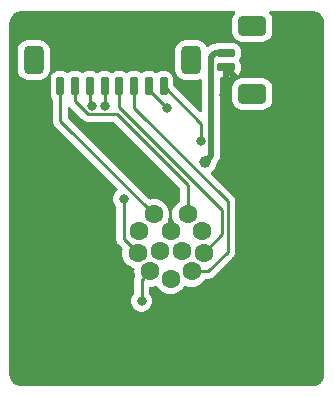
<source format=gbr>
%TF.GenerationSoftware,KiCad,Pcbnew,7.0.6*%
%TF.CreationDate,2024-04-06T15:43:42-04:00*%
%TF.ProjectId,peripheral_io_right_eth,70657269-7068-4657-9261-6c5f696f5f72,rev?*%
%TF.SameCoordinates,Original*%
%TF.FileFunction,Copper,L1,Top*%
%TF.FilePolarity,Positive*%
%FSLAX46Y46*%
G04 Gerber Fmt 4.6, Leading zero omitted, Abs format (unit mm)*
G04 Created by KiCad (PCBNEW 7.0.6) date 2024-04-06 15:43:42*
%MOMM*%
%LPD*%
G01*
G04 APERTURE LIST*
G04 Aperture macros list*
%AMRoundRect*
0 Rectangle with rounded corners*
0 $1 Rounding radius*
0 $2 $3 $4 $5 $6 $7 $8 $9 X,Y pos of 4 corners*
0 Add a 4 corners polygon primitive as box body*
4,1,4,$2,$3,$4,$5,$6,$7,$8,$9,$2,$3,0*
0 Add four circle primitives for the rounded corners*
1,1,$1+$1,$2,$3*
1,1,$1+$1,$4,$5*
1,1,$1+$1,$6,$7*
1,1,$1+$1,$8,$9*
0 Add four rect primitives between the rounded corners*
20,1,$1+$1,$2,$3,$4,$5,0*
20,1,$1+$1,$4,$5,$6,$7,0*
20,1,$1+$1,$6,$7,$8,$9,0*
20,1,$1+$1,$8,$9,$2,$3,0*%
G04 Aperture macros list end*
%TA.AperFunction,SMDPad,CuDef*%
%ADD10RoundRect,0.425000X-0.425000X-0.775000X0.425000X-0.775000X0.425000X0.775000X-0.425000X0.775000X0*%
%TD*%
%TA.AperFunction,SMDPad,CuDef*%
%ADD11RoundRect,0.150000X-0.150000X-0.650000X0.150000X-0.650000X0.150000X0.650000X-0.150000X0.650000X0*%
%TD*%
%TA.AperFunction,ComponentPad*%
%ADD12C,1.600000*%
%TD*%
%TA.AperFunction,SMDPad,CuDef*%
%ADD13RoundRect,0.425000X-0.775000X0.425000X-0.775000X-0.425000X0.775000X-0.425000X0.775000X0.425000X0*%
%TD*%
%TA.AperFunction,SMDPad,CuDef*%
%ADD14RoundRect,0.150000X-0.650000X0.150000X-0.650000X-0.150000X0.650000X-0.150000X0.650000X0.150000X0*%
%TD*%
%TA.AperFunction,ViaPad*%
%ADD15C,0.800000*%
%TD*%
%TA.AperFunction,ViaPad*%
%ADD16C,1.000000*%
%TD*%
%TA.AperFunction,Conductor*%
%ADD17C,0.250000*%
%TD*%
%TA.AperFunction,Conductor*%
%ADD18C,0.500000*%
%TD*%
G04 APERTURE END LIST*
D10*
%TO.P,Input1,*%
%TO.N,*%
X125076968Y-83180859D03*
X138426968Y-83180859D03*
D11*
%TO.P,Input1,1,1*%
%TO.N,/Bl*%
X136076968Y-85430859D03*
%TO.P,Input1,2,2*%
%TO.N,Net-(Input1-Pad2)*%
X134826968Y-85430859D03*
%TO.P,Input1,3,3*%
%TO.N,Net-(Input1-Pad3)*%
X133576968Y-85430859D03*
%TO.P,Input1,4,4*%
%TO.N,Net-(Input1-Pad4)*%
X132326968Y-85430859D03*
%TO.P,Input1,5,5*%
%TO.N,Net-(Input1-Pad5)*%
X131076968Y-85430859D03*
%TO.P,Input1,6,6*%
%TO.N,Net-(Input1-Pad6)*%
X129826968Y-85430859D03*
%TO.P,Input1,7,7*%
%TO.N,Net-(Input1-Pad7)*%
X128576968Y-85430859D03*
%TO.P,Input1,8,8*%
%TO.N,/Red*%
X127326968Y-85430859D03*
%TD*%
D12*
%TO.P,J3,1,1*%
%TO.N,Net-(Input1-Pad7)*%
X138111068Y-96265959D03*
%TO.P,J3,2,2*%
%TO.N,/Red*%
X135255000Y-96266000D03*
%TO.P,J3,3,3*%
%TO.N,Net-(Input1-Pad5)*%
X134011055Y-97662609D03*
%TO.P,J3,4,4*%
%TO.N,Net-(Input1-Pad2)*%
X133878506Y-99528347D03*
%TO.P,J3,5,5*%
%TO.N,/Bl*%
X134912673Y-101086961D03*
%TO.P,J3,6,6*%
%TO.N,Net-(Input1-Pad6)*%
X136683040Y-101689895D03*
%TO.P,J3,7,7*%
%TO.N,Net-(Input1-Pad3)*%
X138453408Y-101086961D03*
%TO.P,J3,8,8*%
%TO.N,Net-(Input1-Pad4)*%
X139487574Y-99528347D03*
%TO.P,J3,9,9*%
%TO.N,Net-(J2-Pad2)*%
X139355026Y-97662609D03*
%TO.P,J3,10,10*%
%TO.N,GND*%
X136683040Y-97689993D03*
%TO.P,J3,11,11*%
%TO.N,unconnected-(J3-Pad11)*%
X135730413Y-99339990D03*
%TO.P,J3,12,12*%
%TO.N,unconnected-(J3-Pad12)*%
X137635668Y-99339990D03*
%TD*%
D13*
%TO.P,J2,*%
%TO.N,*%
X143576168Y-80322059D03*
X143576168Y-86072059D03*
D14*
%TO.P,J2,1,1*%
%TO.N,GND*%
X141326168Y-83822059D03*
%TO.P,J2,2,2*%
%TO.N,Net-(J2-Pad2)*%
X141326168Y-82572059D03*
%TD*%
D15*
%TO.N,Net-(Input1-Pad5)*%
X131151468Y-87071159D03*
%TO.N,/Bl*%
X139228668Y-90068359D03*
X134213600Y-103581200D03*
%TO.N,Net-(Input1-Pad2)*%
X136333068Y-87274359D03*
X132689600Y-94945200D03*
%TO.N,Net-(Input1-Pad6)*%
X129983068Y-87071159D03*
D16*
%TO.N,Net-(J2-Pad2)*%
X139563167Y-91816660D03*
%TO.N,GND*%
X141260668Y-86156759D03*
%TD*%
D17*
%TO.N,Net-(Input1-Pad5)*%
X131076968Y-85430859D02*
X131076968Y-86996659D01*
X131076968Y-86996659D02*
X131151468Y-87071159D01*
%TO.N,/Bl*%
X139228668Y-88582559D02*
X139228668Y-90068359D01*
X134213600Y-103581200D02*
X134213600Y-101786034D01*
X134213600Y-101786034D02*
X134912673Y-101086961D01*
X136076968Y-85430859D02*
X139228668Y-88582559D01*
%TO.N,Net-(Input1-Pad2)*%
X132689600Y-98339441D02*
X133878506Y-99528347D01*
X134826968Y-85430859D02*
X134826968Y-85768259D01*
X132689600Y-94945200D02*
X132689600Y-98339441D01*
X134826968Y-85768259D02*
X136333068Y-87274359D01*
%TO.N,Net-(Input1-Pad3)*%
X139843266Y-101086961D02*
X138453408Y-101086961D01*
X141507468Y-99422759D02*
X139843266Y-101086961D01*
X141507468Y-95152468D02*
X141507468Y-99422759D01*
X133576968Y-87221968D02*
X141507468Y-95152468D01*
X133576968Y-85430859D02*
X133576968Y-87221968D01*
%TO.N,Net-(Input1-Pad4)*%
X141057468Y-97958453D02*
X139487574Y-99528347D01*
X132326968Y-85430859D02*
X132326968Y-87179859D01*
X132326968Y-87179859D02*
X141057468Y-95910359D01*
X141057468Y-95910359D02*
X141057468Y-97958453D01*
%TO.N,Net-(Input1-Pad6)*%
X129826968Y-85430859D02*
X129826968Y-86915059D01*
X129826968Y-86915059D02*
X129983068Y-87071159D01*
%TO.N,Net-(Input1-Pad7)*%
X128576968Y-85430859D02*
X128576968Y-86690364D01*
X129682763Y-87796159D02*
X132130468Y-87796159D01*
X128576968Y-86690364D02*
X129682763Y-87796159D01*
X138111068Y-93776759D02*
X138111068Y-96265959D01*
X132130468Y-87796159D02*
X138111068Y-93776759D01*
%TO.N,/Red*%
X127326968Y-88337968D02*
X135255000Y-96266000D01*
X127326968Y-85430859D02*
X127326968Y-88337968D01*
D18*
%TO.N,Net-(J2-Pad2)*%
X140076168Y-84220587D02*
X140078668Y-84223087D01*
X140076168Y-82935832D02*
X140076168Y-84220587D01*
X140081000Y-90932000D02*
X140081000Y-91298827D01*
D17*
X141326168Y-82572059D02*
X141104417Y-82572059D01*
D18*
X140081000Y-91298827D02*
X139563167Y-91816660D01*
X140078668Y-84223087D02*
X140078668Y-90929668D01*
X140439941Y-82572059D02*
X140076168Y-82935832D01*
X141104417Y-82572059D02*
X140439941Y-82572059D01*
X140078668Y-90929668D02*
X140081000Y-90932000D01*
%TO.N,GND*%
X141326168Y-83822059D02*
X141326168Y-86091259D01*
D17*
X141326168Y-86091259D02*
X141260668Y-86156759D01*
%TD*%
%TA.AperFunction,Conductor*%
%TO.N,GND*%
G36*
X128157671Y-87156103D02*
G01*
X128164149Y-87162135D01*
X129181960Y-88179947D01*
X129191785Y-88192210D01*
X129192006Y-88192028D01*
X129196977Y-88198037D01*
X129222980Y-88222454D01*
X129247398Y-88245385D01*
X129268292Y-88266279D01*
X129273774Y-88270532D01*
X129278206Y-88274316D01*
X129312181Y-88306221D01*
X129329739Y-88315873D01*
X129345998Y-88326554D01*
X129361827Y-88338832D01*
X129404601Y-88357341D01*
X129409819Y-88359897D01*
X129450671Y-88382356D01*
X129470079Y-88387339D01*
X129488480Y-88393639D01*
X129506867Y-88401596D01*
X129550251Y-88408467D01*
X129552882Y-88408884D01*
X129558602Y-88410068D01*
X129603744Y-88421659D01*
X129623779Y-88421659D01*
X129643177Y-88423185D01*
X129662957Y-88426318D01*
X129662958Y-88426319D01*
X129662958Y-88426318D01*
X129662959Y-88426319D01*
X129709346Y-88421934D01*
X129715185Y-88421659D01*
X131820016Y-88421659D01*
X131887055Y-88441344D01*
X131907697Y-88457978D01*
X137449249Y-93999529D01*
X137482734Y-94060852D01*
X137485568Y-94087210D01*
X137485568Y-95051770D01*
X137465883Y-95118809D01*
X137432691Y-95153345D01*
X137271927Y-95265912D01*
X137111022Y-95426817D01*
X136980500Y-95613224D01*
X136980499Y-95613226D01*
X136884329Y-95819461D01*
X136884326Y-95819470D01*
X136825434Y-96039261D01*
X136825432Y-96039271D01*
X136806560Y-96254983D01*
X136803848Y-96261913D01*
X136804604Y-96263350D01*
X136806563Y-96276975D01*
X136825432Y-96492646D01*
X136825434Y-96492656D01*
X136884326Y-96712447D01*
X136884329Y-96712456D01*
X136921422Y-96792000D01*
X136933040Y-96844405D01*
X136933040Y-97073588D01*
X136843354Y-97039575D01*
X136723263Y-97024993D01*
X136642817Y-97024993D01*
X136522726Y-97039575D01*
X136433040Y-97073588D01*
X136433040Y-96844420D01*
X136444658Y-96792015D01*
X136444665Y-96792000D01*
X136481739Y-96712496D01*
X136540635Y-96492692D01*
X136559507Y-96276973D01*
X136562218Y-96270044D01*
X136561463Y-96268607D01*
X136559504Y-96254982D01*
X136540635Y-96039313D01*
X136540635Y-96039308D01*
X136481739Y-95819504D01*
X136385568Y-95613266D01*
X136255047Y-95426861D01*
X136255045Y-95426858D01*
X136094141Y-95265954D01*
X135907734Y-95135432D01*
X135907732Y-95135431D01*
X135701497Y-95039261D01*
X135701488Y-95039258D01*
X135481697Y-94980366D01*
X135481693Y-94980365D01*
X135481692Y-94980365D01*
X135481691Y-94980364D01*
X135481686Y-94980364D01*
X135255002Y-94960532D01*
X135254999Y-94960532D01*
X135028313Y-94980364D01*
X135028296Y-94980367D01*
X134959949Y-94998680D01*
X134890099Y-94997016D01*
X134840177Y-94966586D01*
X131416945Y-91543354D01*
X127988784Y-88115193D01*
X127955301Y-88053873D01*
X127952468Y-88027524D01*
X127952468Y-87249816D01*
X127972153Y-87182776D01*
X128024957Y-87137022D01*
X128094115Y-87127078D01*
X128157671Y-87156103D01*
G37*
%TD.AperFunction*%
%TA.AperFunction,Conductor*%
G36*
X142107114Y-79064944D02*
G01*
X142152869Y-79117748D01*
X142162813Y-79186906D01*
X142136441Y-79247294D01*
X142110674Y-79279114D01*
X142020702Y-79390220D01*
X141932380Y-79563563D01*
X141882026Y-79751484D01*
X141875668Y-79832279D01*
X141875668Y-80811839D01*
X141882026Y-80892633D01*
X141882026Y-80892636D01*
X141882027Y-80892637D01*
X141932380Y-81080555D01*
X142020703Y-81253899D01*
X142143136Y-81405091D01*
X142294328Y-81527524D01*
X142467672Y-81615847D01*
X142655590Y-81666200D01*
X142704070Y-81670015D01*
X142736388Y-81672559D01*
X142736390Y-81672559D01*
X144415948Y-81672559D01*
X144442879Y-81670439D01*
X144496746Y-81666200D01*
X144684664Y-81615847D01*
X144858008Y-81527524D01*
X145009200Y-81405091D01*
X145131633Y-81253899D01*
X145219956Y-81080555D01*
X145270309Y-80892637D01*
X145276668Y-80811837D01*
X145276668Y-79832281D01*
X145270309Y-79751481D01*
X145219956Y-79563563D01*
X145131633Y-79390219D01*
X145015894Y-79247294D01*
X144989003Y-79182807D01*
X145001245Y-79114019D01*
X145048734Y-79062768D01*
X145112261Y-79045259D01*
X148690765Y-79045259D01*
X148696161Y-79045494D01*
X148708531Y-79046576D01*
X148737421Y-79049104D01*
X148807274Y-79056007D01*
X148865672Y-79061778D01*
X148885543Y-79065397D01*
X148949681Y-79082580D01*
X149045515Y-79111648D01*
X149061921Y-79117925D01*
X149127652Y-79148574D01*
X149130677Y-79150086D01*
X149179866Y-79176374D01*
X149216320Y-79195858D01*
X149222654Y-79199749D01*
X149287552Y-79245188D01*
X149291317Y-79248045D01*
X149364865Y-79308400D01*
X149369322Y-79312439D01*
X149425785Y-79368897D01*
X149429858Y-79373389D01*
X149490213Y-79446927D01*
X149493068Y-79450689D01*
X149538508Y-79515580D01*
X149542403Y-79521920D01*
X149588190Y-79607572D01*
X149589694Y-79610580D01*
X149594238Y-79620323D01*
X149620346Y-79676307D01*
X149626624Y-79692714D01*
X149655707Y-79788572D01*
X149672871Y-79852618D01*
X149676500Y-79872558D01*
X149689644Y-80005955D01*
X149692732Y-80041230D01*
X149692968Y-80046640D01*
X149692968Y-109792046D01*
X149692732Y-109797449D01*
X149689012Y-109839993D01*
X149676542Y-109966580D01*
X149672915Y-109986512D01*
X149655151Y-110052819D01*
X149626768Y-110146389D01*
X149620491Y-110162798D01*
X149589160Y-110229991D01*
X149587648Y-110233016D01*
X149542674Y-110317160D01*
X149538778Y-110323502D01*
X149492564Y-110389503D01*
X149489703Y-110393274D01*
X149430312Y-110465644D01*
X149426224Y-110470155D01*
X149368863Y-110527517D01*
X149364352Y-110531606D01*
X149291979Y-110591001D01*
X149288206Y-110593863D01*
X149222210Y-110640074D01*
X149215869Y-110643969D01*
X149131722Y-110688946D01*
X149128696Y-110690458D01*
X149061503Y-110721789D01*
X149045096Y-110728067D01*
X148951553Y-110756442D01*
X148885216Y-110774214D01*
X148865279Y-110777841D01*
X148738125Y-110790361D01*
X148706088Y-110793163D01*
X148696261Y-110794023D01*
X148690863Y-110794259D01*
X124026182Y-110794259D01*
X124020773Y-110794023D01*
X123976424Y-110790141D01*
X123852138Y-110777942D01*
X123832153Y-110774309D01*
X123763009Y-110755780D01*
X123723004Y-110743643D01*
X123672377Y-110728284D01*
X123655972Y-110722006D01*
X123619508Y-110705001D01*
X123586897Y-110689792D01*
X123583895Y-110688291D01*
X123501657Y-110644330D01*
X123495317Y-110640435D01*
X123461917Y-110617047D01*
X123427873Y-110593207D01*
X123424128Y-110590366D01*
X123353211Y-110532161D01*
X123348714Y-110528086D01*
X123290168Y-110469536D01*
X123286096Y-110465042D01*
X123227889Y-110394112D01*
X123225040Y-110390357D01*
X123224442Y-110389503D01*
X123178232Y-110323502D01*
X123177825Y-110322920D01*
X123173930Y-110316579D01*
X123129978Y-110234344D01*
X123128475Y-110231337D01*
X123096264Y-110162253D01*
X123089988Y-110145850D01*
X123062497Y-110055207D01*
X123043960Y-109986015D01*
X123040336Y-109966094D01*
X123028599Y-109846882D01*
X123025571Y-109812261D01*
X123024204Y-109796616D01*
X123023968Y-109791213D01*
X123023968Y-86146555D01*
X126526468Y-86146555D01*
X126529369Y-86183426D01*
X126529370Y-86183432D01*
X126575222Y-86341252D01*
X126575223Y-86341255D01*
X126575224Y-86341257D01*
X126658887Y-86482724D01*
X126665146Y-86488983D01*
X126698632Y-86550303D01*
X126701467Y-86576666D01*
X126701467Y-88255223D01*
X126699744Y-88270840D01*
X126700029Y-88270867D01*
X126699294Y-88278633D01*
X126701468Y-88347782D01*
X126701468Y-88377311D01*
X126701469Y-88377328D01*
X126702336Y-88384199D01*
X126702794Y-88390018D01*
X126704258Y-88436592D01*
X126704259Y-88436595D01*
X126709848Y-88455835D01*
X126713792Y-88474879D01*
X126716304Y-88494759D01*
X126733458Y-88538087D01*
X126735350Y-88543615D01*
X126748349Y-88588356D01*
X126758548Y-88605602D01*
X126767106Y-88623071D01*
X126774482Y-88641700D01*
X126801866Y-88679391D01*
X126805074Y-88684275D01*
X126828795Y-88724384D01*
X126828801Y-88724392D01*
X126842958Y-88738548D01*
X126855596Y-88753344D01*
X126867373Y-88769554D01*
X126867374Y-88769555D01*
X126903277Y-88799256D01*
X126907588Y-88803178D01*
X129565704Y-91461294D01*
X132150766Y-94046356D01*
X132184251Y-94107679D01*
X132179267Y-94177371D01*
X132137395Y-94233304D01*
X132135972Y-94234354D01*
X132083728Y-94272312D01*
X131957066Y-94412985D01*
X131862421Y-94576915D01*
X131862418Y-94576922D01*
X131810378Y-94737087D01*
X131803926Y-94756944D01*
X131784140Y-94945200D01*
X131803926Y-95133456D01*
X131803927Y-95133459D01*
X131862418Y-95313477D01*
X131862421Y-95313484D01*
X131957067Y-95477416D01*
X131968840Y-95490491D01*
X132032250Y-95560915D01*
X132062480Y-95623906D01*
X132064100Y-95643887D01*
X132064100Y-98256696D01*
X132062375Y-98272313D01*
X132062661Y-98272340D01*
X132061926Y-98280106D01*
X132064100Y-98349255D01*
X132064100Y-98378784D01*
X132064101Y-98378801D01*
X132064968Y-98385672D01*
X132065426Y-98391491D01*
X132066890Y-98438065D01*
X132066891Y-98438068D01*
X132072480Y-98457308D01*
X132076424Y-98476352D01*
X132078936Y-98496232D01*
X132096090Y-98539560D01*
X132097982Y-98545088D01*
X132110981Y-98589829D01*
X132121180Y-98607075D01*
X132129738Y-98624544D01*
X132137114Y-98643173D01*
X132164498Y-98680864D01*
X132167706Y-98685748D01*
X132191427Y-98725857D01*
X132191433Y-98725865D01*
X132205590Y-98740021D01*
X132218228Y-98754817D01*
X132230005Y-98771027D01*
X132230006Y-98771028D01*
X132265909Y-98800729D01*
X132270220Y-98804651D01*
X132541347Y-99075779D01*
X132579092Y-99113524D01*
X132612577Y-99174847D01*
X132611186Y-99233296D01*
X132592873Y-99301643D01*
X132592870Y-99301660D01*
X132573038Y-99528346D01*
X132573038Y-99528348D01*
X132592870Y-99755033D01*
X132592872Y-99755044D01*
X132651764Y-99974835D01*
X132651767Y-99974844D01*
X132747937Y-100181079D01*
X132747938Y-100181081D01*
X132878460Y-100367488D01*
X133039364Y-100528392D01*
X133039367Y-100528394D01*
X133225772Y-100658915D01*
X133432010Y-100755086D01*
X133432012Y-100755086D01*
X133432019Y-100755089D01*
X133488884Y-100770325D01*
X133531059Y-100781625D01*
X133590719Y-100817989D01*
X133621249Y-100880835D01*
X133622494Y-100912207D01*
X133607205Y-101086959D01*
X133607205Y-101086961D01*
X133627037Y-101313647D01*
X133627040Y-101313660D01*
X133657542Y-101427501D01*
X133655879Y-101497351D01*
X133646431Y-101519327D01*
X133627403Y-101553940D01*
X133622422Y-101573341D01*
X133616121Y-101591744D01*
X133608162Y-101610136D01*
X133608161Y-101610139D01*
X133600871Y-101656161D01*
X133599687Y-101661880D01*
X133588101Y-101707006D01*
X133588100Y-101707016D01*
X133588100Y-101727050D01*
X133586573Y-101746449D01*
X133583440Y-101766228D01*
X133583440Y-101766229D01*
X133587825Y-101812617D01*
X133588100Y-101818455D01*
X133588100Y-102882512D01*
X133568415Y-102949551D01*
X133556250Y-102965484D01*
X133481066Y-103048984D01*
X133386421Y-103212915D01*
X133386418Y-103212922D01*
X133327927Y-103392940D01*
X133327926Y-103392944D01*
X133308140Y-103581200D01*
X133327926Y-103769456D01*
X133327927Y-103769459D01*
X133386418Y-103949477D01*
X133386421Y-103949484D01*
X133481067Y-104113416D01*
X133607729Y-104254088D01*
X133760865Y-104365348D01*
X133760870Y-104365351D01*
X133933792Y-104442342D01*
X133933797Y-104442344D01*
X134118954Y-104481700D01*
X134118955Y-104481700D01*
X134308244Y-104481700D01*
X134308246Y-104481700D01*
X134493403Y-104442344D01*
X134666330Y-104365351D01*
X134819471Y-104254088D01*
X134946133Y-104113416D01*
X135040779Y-103949484D01*
X135099274Y-103769456D01*
X135119060Y-103581200D01*
X135099274Y-103392944D01*
X135040779Y-103212916D01*
X134946133Y-103048984D01*
X134870950Y-102965484D01*
X134840720Y-102902492D01*
X134839100Y-102882512D01*
X134839100Y-102512490D01*
X134858785Y-102445451D01*
X134911589Y-102399696D01*
X134952289Y-102388963D01*
X135139365Y-102372596D01*
X135359169Y-102313700D01*
X135395329Y-102296837D01*
X135464406Y-102286345D01*
X135528190Y-102314864D01*
X135548298Y-102338942D01*
X135549367Y-102338194D01*
X135552471Y-102342627D01*
X135552472Y-102342629D01*
X135615489Y-102432628D01*
X135682994Y-102529036D01*
X135843898Y-102689940D01*
X135843901Y-102689942D01*
X136030306Y-102820463D01*
X136236544Y-102916634D01*
X136456348Y-102975530D01*
X136618270Y-102989696D01*
X136683038Y-102995363D01*
X136683040Y-102995363D01*
X136683042Y-102995363D01*
X136739713Y-102990404D01*
X136909732Y-102975530D01*
X137129536Y-102916634D01*
X137335774Y-102820463D01*
X137522179Y-102689942D01*
X137683087Y-102529034D01*
X137813608Y-102342629D01*
X137813608Y-102342627D01*
X137816713Y-102338194D01*
X137818940Y-102339753D01*
X137861034Y-102299257D01*
X137929581Y-102285729D01*
X137970749Y-102296837D01*
X137975939Y-102299257D01*
X138006912Y-102313700D01*
X138226716Y-102372596D01*
X138379833Y-102385992D01*
X138453406Y-102392429D01*
X138453408Y-102392429D01*
X138453410Y-102392429D01*
X138526983Y-102385992D01*
X138680100Y-102372596D01*
X138899904Y-102313700D01*
X139106142Y-102217529D01*
X139292547Y-102087008D01*
X139453455Y-101926100D01*
X139566020Y-101765338D01*
X139620597Y-101721713D01*
X139667596Y-101712461D01*
X139760523Y-101712461D01*
X139776143Y-101714185D01*
X139776170Y-101713900D01*
X139783926Y-101714632D01*
X139783933Y-101714634D01*
X139853080Y-101712461D01*
X139882616Y-101712461D01*
X139889494Y-101711591D01*
X139895307Y-101711133D01*
X139941893Y-101709670D01*
X139961135Y-101704078D01*
X139980178Y-101700135D01*
X140000058Y-101697625D01*
X140043388Y-101680468D01*
X140048912Y-101678578D01*
X140052662Y-101677488D01*
X140093656Y-101665579D01*
X140110895Y-101655383D01*
X140128369Y-101646823D01*
X140146993Y-101639449D01*
X140146993Y-101639448D01*
X140146998Y-101639447D01*
X140184715Y-101612043D01*
X140189571Y-101608853D01*
X140229686Y-101585131D01*
X140243855Y-101570960D01*
X140258645Y-101558329D01*
X140274853Y-101546555D01*
X140304565Y-101510637D01*
X140308478Y-101506337D01*
X141891255Y-99923560D01*
X141903510Y-99913745D01*
X141903327Y-99913523D01*
X141909334Y-99908551D01*
X141909345Y-99908545D01*
X141940243Y-99875641D01*
X141956695Y-99858123D01*
X141967139Y-99847677D01*
X141977588Y-99837230D01*
X141981847Y-99831737D01*
X141985620Y-99827320D01*
X142017530Y-99793341D01*
X142027183Y-99775779D01*
X142037857Y-99759529D01*
X142050141Y-99743695D01*
X142068648Y-99700926D01*
X142071217Y-99695683D01*
X142093664Y-99654852D01*
X142093665Y-99654851D01*
X142098645Y-99635450D01*
X142104946Y-99617047D01*
X142112906Y-99598655D01*
X142120198Y-99552608D01*
X142121379Y-99546911D01*
X142132968Y-99501778D01*
X142132968Y-99481742D01*
X142134495Y-99462341D01*
X142137628Y-99442563D01*
X142133243Y-99396174D01*
X142132968Y-99390336D01*
X142132968Y-95235210D01*
X142134692Y-95219590D01*
X142134407Y-95219563D01*
X142135141Y-95211801D01*
X142132968Y-95142640D01*
X142132968Y-95113124D01*
X142132968Y-95113118D01*
X142132099Y-95106247D01*
X142131641Y-95100420D01*
X142131589Y-95098768D01*
X142130178Y-95053841D01*
X142124587Y-95034598D01*
X142120641Y-95015546D01*
X142118132Y-94995676D01*
X142100972Y-94952335D01*
X142099092Y-94946847D01*
X142086086Y-94902078D01*
X142075890Y-94884838D01*
X142067329Y-94867362D01*
X142059955Y-94848738D01*
X142059954Y-94848736D01*
X142032547Y-94811013D01*
X142029356Y-94806154D01*
X142005640Y-94766051D01*
X142005633Y-94766042D01*
X141991474Y-94751883D01*
X141978836Y-94737087D01*
X141967062Y-94720881D01*
X141931156Y-94691177D01*
X141926844Y-94687254D01*
X140090341Y-92850751D01*
X140056856Y-92789428D01*
X140061840Y-92719736D01*
X140103712Y-92663803D01*
X140119570Y-92653711D01*
X140121705Y-92652570D01*
X140274050Y-92527543D01*
X140399077Y-92375198D01*
X140491981Y-92201387D01*
X140549191Y-92012792D01*
X140557330Y-91930146D01*
X140583490Y-91865361D01*
X140595644Y-91852102D01*
X140599523Y-91848441D01*
X140599530Y-91848437D01*
X140633123Y-91808401D01*
X140636757Y-91804435D01*
X140642590Y-91798604D01*
X140662923Y-91772887D01*
X140712302Y-91714041D01*
X140712309Y-91714025D01*
X140716272Y-91708003D01*
X140716324Y-91708037D01*
X140720371Y-91701685D01*
X140720317Y-91701652D01*
X140724104Y-91695511D01*
X140724110Y-91695504D01*
X140756561Y-91625913D01*
X140791036Y-91557267D01*
X140791040Y-91557260D01*
X140791042Y-91557248D01*
X140793510Y-91550471D01*
X140793568Y-91550492D01*
X140796043Y-91543373D01*
X140795985Y-91543354D01*
X140798256Y-91536499D01*
X140813784Y-91461294D01*
X140831500Y-91386547D01*
X140832339Y-91379375D01*
X140832397Y-91379381D01*
X140833164Y-91371883D01*
X140833104Y-91371878D01*
X140833733Y-91364687D01*
X140831500Y-91287930D01*
X140831500Y-90995705D01*
X140832809Y-90977735D01*
X140833129Y-90975547D01*
X140836289Y-90953977D01*
X140836165Y-90952564D01*
X140831736Y-90901934D01*
X140831500Y-90896528D01*
X140831500Y-90888298D01*
X140831500Y-90888291D01*
X140829587Y-90871923D01*
X140829168Y-90864722D01*
X140829168Y-86561839D01*
X141875668Y-86561839D01*
X141882026Y-86642633D01*
X141882026Y-86642636D01*
X141882027Y-86642637D01*
X141932380Y-86830555D01*
X142020703Y-87003899D01*
X142143136Y-87155091D01*
X142294328Y-87277524D01*
X142467672Y-87365847D01*
X142655590Y-87416200D01*
X142704070Y-87420015D01*
X142736388Y-87422559D01*
X142736390Y-87422559D01*
X144415948Y-87422559D01*
X144442879Y-87420439D01*
X144496746Y-87416200D01*
X144684664Y-87365847D01*
X144858008Y-87277524D01*
X145009200Y-87155091D01*
X145131633Y-87003899D01*
X145219956Y-86830555D01*
X145270309Y-86642637D01*
X145276668Y-86561837D01*
X145276668Y-85582281D01*
X145270309Y-85501481D01*
X145219956Y-85313563D01*
X145131633Y-85140219D01*
X145009200Y-84989027D01*
X144858008Y-84866594D01*
X144684664Y-84778271D01*
X144496746Y-84727918D01*
X144496745Y-84727917D01*
X144496742Y-84727917D01*
X144415948Y-84721559D01*
X144415946Y-84721559D01*
X142736390Y-84721559D01*
X142736388Y-84721559D01*
X142655593Y-84727917D01*
X142467672Y-84778271D01*
X142294329Y-84866593D01*
X142143136Y-84989027D01*
X142020702Y-85140220D01*
X141932380Y-85313563D01*
X141882026Y-85501484D01*
X141875668Y-85582279D01*
X141875668Y-86561839D01*
X140829168Y-86561839D01*
X140829168Y-84746059D01*
X140848853Y-84679020D01*
X140901657Y-84633265D01*
X140953168Y-84622059D01*
X141772614Y-84622059D01*
X141060295Y-83909740D01*
X141026810Y-83848417D01*
X141031794Y-83778725D01*
X141060295Y-83734378D01*
X141238487Y-83556187D01*
X141299810Y-83522702D01*
X141369502Y-83527686D01*
X141413849Y-83556187D01*
X142358670Y-84501008D01*
X142358671Y-84501008D01*
X142377721Y-84489743D01*
X142493849Y-84373616D01*
X142493853Y-84373611D01*
X142577450Y-84232255D01*
X142577451Y-84232252D01*
X142623267Y-84074554D01*
X142623268Y-84074548D01*
X142626168Y-84037703D01*
X142626168Y-83606415D01*
X142623268Y-83569569D01*
X142623267Y-83569563D01*
X142577451Y-83411865D01*
X142577450Y-83411862D01*
X142489880Y-83263788D01*
X142491883Y-83262603D01*
X142470616Y-83208418D01*
X142484304Y-83139902D01*
X142490491Y-83130278D01*
X142494249Y-83123924D01*
X142577912Y-82982457D01*
X142623766Y-82824628D01*
X142626668Y-82787753D01*
X142626668Y-82356365D01*
X142623766Y-82319490D01*
X142577912Y-82161661D01*
X142494249Y-82020194D01*
X142494247Y-82020192D01*
X142494244Y-82020188D01*
X142378038Y-81903982D01*
X142378030Y-81903976D01*
X142237868Y-81821085D01*
X142236566Y-81820315D01*
X142236565Y-81820314D01*
X142236564Y-81820314D01*
X142236561Y-81820313D01*
X142078741Y-81774461D01*
X142078735Y-81774460D01*
X142041864Y-81771559D01*
X142041862Y-81771559D01*
X140610474Y-81771559D01*
X140610472Y-81771559D01*
X140573600Y-81774460D01*
X140573594Y-81774461D01*
X140428435Y-81816635D01*
X140399788Y-81820712D01*
X140399810Y-81821085D01*
X140399817Y-81821140D01*
X140399813Y-81821140D01*
X140399826Y-81821350D01*
X140396230Y-81821559D01*
X140374520Y-81824096D01*
X140363665Y-81825365D01*
X140348360Y-81826704D01*
X140287140Y-81832060D01*
X140280073Y-81833519D01*
X140280061Y-81833463D01*
X140272704Y-81835094D01*
X140272718Y-81835151D01*
X140265684Y-81836818D01*
X140193516Y-81863084D01*
X140120616Y-81887240D01*
X140114067Y-81890295D01*
X140114042Y-81890242D01*
X140107249Y-81893530D01*
X140107275Y-81893582D01*
X140100821Y-81896823D01*
X140036649Y-81939030D01*
X139971288Y-81979344D01*
X139965624Y-81983824D01*
X139965588Y-81983778D01*
X139959733Y-81988547D01*
X139959771Y-81988592D01*
X139954241Y-81993232D01*
X139901540Y-82049091D01*
X139894605Y-82056025D01*
X139833282Y-82089510D01*
X139763590Y-82084526D01*
X139707657Y-82042654D01*
X139696439Y-82024638D01*
X139632435Y-81899021D01*
X139598693Y-81857353D01*
X139510000Y-81747827D01*
X139358808Y-81625394D01*
X139185464Y-81537071D01*
X138997546Y-81486718D01*
X138997545Y-81486717D01*
X138997542Y-81486717D01*
X138916748Y-81480359D01*
X138916746Y-81480359D01*
X137937190Y-81480359D01*
X137937188Y-81480359D01*
X137856393Y-81486717D01*
X137668472Y-81537071D01*
X137495129Y-81625393D01*
X137343936Y-81747827D01*
X137221502Y-81899020D01*
X137133180Y-82072363D01*
X137082826Y-82260284D01*
X137076468Y-82341079D01*
X137076468Y-84020639D01*
X137082826Y-84101433D01*
X137082826Y-84101436D01*
X137082827Y-84101437D01*
X137133180Y-84289355D01*
X137221503Y-84462699D01*
X137343936Y-84613891D01*
X137495128Y-84736324D01*
X137668472Y-84824647D01*
X137856390Y-84875000D01*
X137904870Y-84878815D01*
X137937188Y-84881359D01*
X137937190Y-84881359D01*
X138916748Y-84881359D01*
X138943679Y-84879239D01*
X138997546Y-84875000D01*
X139172077Y-84828234D01*
X139241924Y-84829897D01*
X139299787Y-84869059D01*
X139327291Y-84933287D01*
X139328168Y-84948009D01*
X139328168Y-87498105D01*
X139308483Y-87565144D01*
X139255679Y-87610899D01*
X139186521Y-87620843D01*
X139122965Y-87591818D01*
X139116487Y-87585786D01*
X136913787Y-85383086D01*
X136880302Y-85321763D01*
X136877468Y-85295405D01*
X136877468Y-84715163D01*
X136874566Y-84678291D01*
X136874565Y-84678285D01*
X136828713Y-84520465D01*
X136828712Y-84520462D01*
X136828712Y-84520461D01*
X136745049Y-84378994D01*
X136745047Y-84378992D01*
X136745044Y-84378988D01*
X136628838Y-84262782D01*
X136628830Y-84262776D01*
X136506316Y-84190322D01*
X136487366Y-84179115D01*
X136487365Y-84179114D01*
X136487364Y-84179114D01*
X136487361Y-84179113D01*
X136329541Y-84133261D01*
X136329535Y-84133260D01*
X136292664Y-84130359D01*
X136292662Y-84130359D01*
X135861274Y-84130359D01*
X135861272Y-84130359D01*
X135824400Y-84133260D01*
X135824394Y-84133261D01*
X135666574Y-84179113D01*
X135666571Y-84179114D01*
X135518388Y-84266749D01*
X135517222Y-84264778D01*
X135462910Y-84286091D01*
X135394395Y-84272399D01*
X135385563Y-84266723D01*
X135385548Y-84266749D01*
X135256316Y-84190322D01*
X135237366Y-84179115D01*
X135237365Y-84179114D01*
X135237364Y-84179114D01*
X135237361Y-84179113D01*
X135079541Y-84133261D01*
X135079535Y-84133260D01*
X135042664Y-84130359D01*
X135042662Y-84130359D01*
X134611274Y-84130359D01*
X134611272Y-84130359D01*
X134574400Y-84133260D01*
X134574394Y-84133261D01*
X134416574Y-84179113D01*
X134416571Y-84179114D01*
X134268388Y-84266749D01*
X134267222Y-84264778D01*
X134212910Y-84286091D01*
X134144395Y-84272399D01*
X134135563Y-84266723D01*
X134135548Y-84266749D01*
X134006316Y-84190322D01*
X133987366Y-84179115D01*
X133987365Y-84179114D01*
X133987364Y-84179114D01*
X133987361Y-84179113D01*
X133829541Y-84133261D01*
X133829535Y-84133260D01*
X133792664Y-84130359D01*
X133792662Y-84130359D01*
X133361274Y-84130359D01*
X133361272Y-84130359D01*
X133324400Y-84133260D01*
X133324394Y-84133261D01*
X133166574Y-84179113D01*
X133166571Y-84179114D01*
X133018388Y-84266749D01*
X133017222Y-84264778D01*
X132962910Y-84286091D01*
X132894395Y-84272399D01*
X132885563Y-84266723D01*
X132885548Y-84266749D01*
X132756316Y-84190322D01*
X132737366Y-84179115D01*
X132737365Y-84179114D01*
X132737364Y-84179114D01*
X132737361Y-84179113D01*
X132579541Y-84133261D01*
X132579535Y-84133260D01*
X132542664Y-84130359D01*
X132542662Y-84130359D01*
X132111274Y-84130359D01*
X132111272Y-84130359D01*
X132074400Y-84133260D01*
X132074394Y-84133261D01*
X131916574Y-84179113D01*
X131916571Y-84179114D01*
X131768388Y-84266749D01*
X131767222Y-84264778D01*
X131712910Y-84286091D01*
X131644395Y-84272399D01*
X131635563Y-84266723D01*
X131635548Y-84266749D01*
X131506316Y-84190322D01*
X131487366Y-84179115D01*
X131487365Y-84179114D01*
X131487364Y-84179114D01*
X131487361Y-84179113D01*
X131329541Y-84133261D01*
X131329535Y-84133260D01*
X131292664Y-84130359D01*
X131292662Y-84130359D01*
X130861274Y-84130359D01*
X130861272Y-84130359D01*
X130824400Y-84133260D01*
X130824394Y-84133261D01*
X130666574Y-84179113D01*
X130666571Y-84179114D01*
X130518388Y-84266749D01*
X130517222Y-84264778D01*
X130462910Y-84286091D01*
X130394395Y-84272399D01*
X130385563Y-84266723D01*
X130385548Y-84266749D01*
X130256316Y-84190322D01*
X130237366Y-84179115D01*
X130237365Y-84179114D01*
X130237364Y-84179114D01*
X130237361Y-84179113D01*
X130079541Y-84133261D01*
X130079535Y-84133260D01*
X130042664Y-84130359D01*
X130042662Y-84130359D01*
X129611274Y-84130359D01*
X129611272Y-84130359D01*
X129574400Y-84133260D01*
X129574394Y-84133261D01*
X129416574Y-84179113D01*
X129416571Y-84179114D01*
X129268388Y-84266749D01*
X129267222Y-84264778D01*
X129212910Y-84286091D01*
X129144395Y-84272399D01*
X129135563Y-84266723D01*
X129135548Y-84266749D01*
X129006316Y-84190322D01*
X128987366Y-84179115D01*
X128987365Y-84179114D01*
X128987364Y-84179114D01*
X128987361Y-84179113D01*
X128829541Y-84133261D01*
X128829535Y-84133260D01*
X128792664Y-84130359D01*
X128792662Y-84130359D01*
X128361274Y-84130359D01*
X128361272Y-84130359D01*
X128324400Y-84133260D01*
X128324394Y-84133261D01*
X128166574Y-84179113D01*
X128166571Y-84179114D01*
X128018388Y-84266749D01*
X128017222Y-84264778D01*
X127962910Y-84286091D01*
X127894395Y-84272399D01*
X127885563Y-84266723D01*
X127885548Y-84266749D01*
X127756316Y-84190322D01*
X127737366Y-84179115D01*
X127737365Y-84179114D01*
X127737364Y-84179114D01*
X127737361Y-84179113D01*
X127579541Y-84133261D01*
X127579535Y-84133260D01*
X127542664Y-84130359D01*
X127542662Y-84130359D01*
X127111274Y-84130359D01*
X127111272Y-84130359D01*
X127074400Y-84133260D01*
X127074394Y-84133261D01*
X126916574Y-84179113D01*
X126916571Y-84179114D01*
X126775105Y-84262776D01*
X126775097Y-84262782D01*
X126658891Y-84378988D01*
X126658885Y-84378996D01*
X126575223Y-84520462D01*
X126575222Y-84520465D01*
X126529370Y-84678285D01*
X126529369Y-84678291D01*
X126526468Y-84715163D01*
X126526468Y-86146555D01*
X123023968Y-86146555D01*
X123023968Y-84020639D01*
X123726468Y-84020639D01*
X123732826Y-84101433D01*
X123732826Y-84101436D01*
X123732827Y-84101437D01*
X123783180Y-84289355D01*
X123871503Y-84462699D01*
X123993936Y-84613891D01*
X124145128Y-84736324D01*
X124318472Y-84824647D01*
X124506390Y-84875000D01*
X124554870Y-84878815D01*
X124587188Y-84881359D01*
X124587190Y-84881359D01*
X125566748Y-84881359D01*
X125593679Y-84879239D01*
X125647546Y-84875000D01*
X125835464Y-84824647D01*
X126008808Y-84736324D01*
X126160000Y-84613891D01*
X126282433Y-84462699D01*
X126370756Y-84289355D01*
X126421109Y-84101437D01*
X126427468Y-84020637D01*
X126427468Y-82341081D01*
X126421109Y-82260281D01*
X126370756Y-82072363D01*
X126282433Y-81899019D01*
X126160000Y-81747827D01*
X126008808Y-81625394D01*
X125835464Y-81537071D01*
X125647546Y-81486718D01*
X125647545Y-81486717D01*
X125647542Y-81486717D01*
X125566748Y-81480359D01*
X125566746Y-81480359D01*
X124587190Y-81480359D01*
X124587188Y-81480359D01*
X124506393Y-81486717D01*
X124318472Y-81537071D01*
X124145129Y-81625393D01*
X123993936Y-81747827D01*
X123871502Y-81899020D01*
X123783180Y-82072363D01*
X123732826Y-82260284D01*
X123726468Y-82341079D01*
X123726468Y-84020639D01*
X123023968Y-84020639D01*
X123023968Y-80047468D01*
X123024204Y-80042060D01*
X123024277Y-80041230D01*
X123027965Y-79999084D01*
X123040380Y-79873033D01*
X123044002Y-79853126D01*
X123061950Y-79786155D01*
X123072468Y-79751484D01*
X123090134Y-79693251D01*
X123096404Y-79676865D01*
X123127965Y-79609185D01*
X123129430Y-79606256D01*
X123174215Y-79522475D01*
X123178084Y-79516177D01*
X123224537Y-79449837D01*
X123227381Y-79446089D01*
X123286536Y-79374009D01*
X123290590Y-79369536D01*
X123348232Y-79311894D01*
X123352726Y-79307821D01*
X123424794Y-79248676D01*
X123428538Y-79245836D01*
X123494894Y-79199373D01*
X123501180Y-79195511D01*
X123584955Y-79150731D01*
X123587919Y-79149249D01*
X123655581Y-79117697D01*
X123671955Y-79111432D01*
X123764867Y-79083246D01*
X123831833Y-79065300D01*
X123851749Y-79061676D01*
X123977152Y-79049321D01*
X124020877Y-79045494D01*
X124026279Y-79045259D01*
X142040075Y-79045259D01*
X142107114Y-79064944D01*
G37*
%TD.AperFunction*%
%TD*%
M02*

</source>
